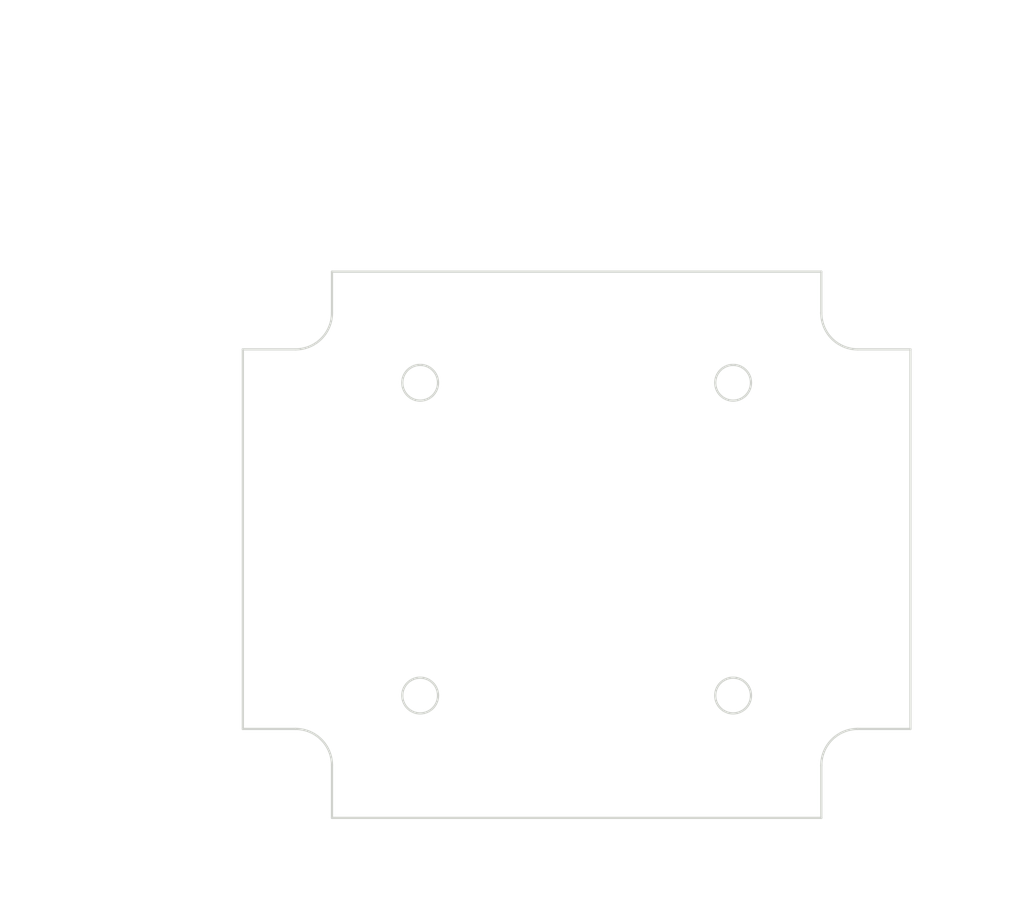
<source format=kicad_pcb>
(kicad_pcb (version 20171130) (host pcbnew "(5.1.0)-1")

  (general
    (thickness 1.6)
    (drawings 65)
    (tracks 0)
    (zones 0)
    (modules 0)
    (nets 1)
  )

  (page A4)
  (layers
    (0 F.Cu signal)
    (31 B.Cu signal)
    (32 B.Adhes user)
    (33 F.Adhes user)
    (34 B.Paste user)
    (35 F.Paste user)
    (36 B.SilkS user)
    (37 F.SilkS user)
    (38 B.Mask user)
    (39 F.Mask user)
    (40 Dwgs.User user)
    (41 Cmts.User user)
    (42 Eco1.User user)
    (43 Eco2.User user)
    (44 Edge.Cuts user)
    (45 Margin user)
    (46 B.CrtYd user)
    (47 F.CrtYd user)
    (48 B.Fab user)
    (49 F.Fab user)
  )

  (setup
    (last_trace_width 0.25)
    (trace_clearance 0.2)
    (zone_clearance 0.508)
    (zone_45_only no)
    (trace_min 0.2)
    (via_size 0.8)
    (via_drill 0.4)
    (via_min_size 0.4)
    (via_min_drill 0.3)
    (uvia_size 0.3)
    (uvia_drill 0.1)
    (uvias_allowed no)
    (uvia_min_size 0.2)
    (uvia_min_drill 0.1)
    (edge_width 0.05)
    (segment_width 0.2)
    (pcb_text_width 0.3)
    (pcb_text_size 1.5 1.5)
    (mod_edge_width 0.12)
    (mod_text_size 1 1)
    (mod_text_width 0.15)
    (pad_size 1.524 1.524)
    (pad_drill 0.762)
    (pad_to_mask_clearance 0.051)
    (solder_mask_min_width 0.25)
    (aux_axis_origin 0 0)
    (visible_elements FFFFFF7F)
    (pcbplotparams
      (layerselection 0x010fc_ffffffff)
      (usegerberextensions false)
      (usegerberattributes false)
      (usegerberadvancedattributes false)
      (creategerberjobfile false)
      (excludeedgelayer true)
      (linewidth 0.152400)
      (plotframeref false)
      (viasonmask false)
      (mode 1)
      (useauxorigin false)
      (hpglpennumber 1)
      (hpglpenspeed 20)
      (hpglpendiameter 15.000000)
      (psnegative false)
      (psa4output false)
      (plotreference true)
      (plotvalue true)
      (plotinvisibletext false)
      (padsonsilk false)
      (subtractmaskfromsilk false)
      (outputformat 1)
      (mirror false)
      (drillshape 1)
      (scaleselection 1)
      (outputdirectory ""))
  )

  (net 0 "")

  (net_class Default "This is the default net class."
    (clearance 0.2)
    (trace_width 0.25)
    (via_dia 0.8)
    (via_drill 0.4)
    (uvia_dia 0.3)
    (uvia_drill 0.1)
  )

  (gr_line (start 124.990183 119.917065) (end 124.990183 85.938523) (layer Edge.Cuts) (width 0.2))
  (gr_line (start 129.70456 119.917065) (end 124.990183 119.917065) (layer Edge.Cuts) (width 0.2))
  (gr_arc (start 129.70456 123.177794) (end 132.965289 123.177794) (angle -90) (layer Edge.Cuts) (width 0.2))
  (gr_line (start 132.965289 127.877794) (end 132.965289 123.177794) (layer Edge.Cuts) (width 0.2))
  (gr_line (start 176.743831 127.877794) (end 132.965289 127.877794) (layer Edge.Cuts) (width 0.2))
  (gr_line (start 176.743831 123.177794) (end 176.743831 127.877794) (layer Edge.Cuts) (width 0.2))
  (gr_arc (start 180.00456 123.177794) (end 180.00456 119.917065) (angle -90) (layer Edge.Cuts) (width 0.2))
  (gr_line (start 184.718937 119.917065) (end 180.00456 119.917065) (layer Edge.Cuts) (width 0.2))
  (gr_line (start 184.718937 85.938523) (end 184.718937 119.917065) (layer Edge.Cuts) (width 0.2))
  (gr_line (start 180.00456 85.938523) (end 184.718937 85.938523) (layer Edge.Cuts) (width 0.2))
  (gr_arc (start 180.00456 82.677794) (end 176.743831 82.677794) (angle -90) (layer Edge.Cuts) (width 0.2))
  (gr_line (start 176.743831 78.983128) (end 176.743831 82.677794) (layer Edge.Cuts) (width 0.2))
  (gr_line (start 132.965289 78.983128) (end 176.743831 78.983128) (layer Edge.Cuts) (width 0.2))
  (gr_line (start 132.965289 82.677794) (end 132.965289 78.983128) (layer Edge.Cuts) (width 0.2))
  (gr_arc (start 129.70456 82.677794) (end 129.70456 85.938523) (angle -90) (layer Edge.Cuts) (width 0.2))
  (gr_line (start 124.990183 85.938523) (end 129.70456 85.938523) (layer Edge.Cuts) (width 0.2))
  (gr_circle (center 168.85456 88.927794) (end 170.45456 88.927794) (layer Edge.Cuts) (width 0.2))
  (gr_circle (center 140.85456 116.927794) (end 142.45456 116.927794) (layer Edge.Cuts) (width 0.2))
  (gr_circle (center 140.85456 88.927794) (end 142.45456 88.927794) (layer Edge.Cuts) (width 0.2))
  (gr_circle (center 168.85456 116.927794) (end 170.45456 116.927794) (layer Edge.Cuts) (width 0.2))
  (gr_text [R0.13] (at 190.164215 128.426484) (layer Dwgs.User)
    (effects (font (size 1.7 1.53) (thickness 0.2125)))
  )
  (gr_text " R3.26" (at 190.164215 124.868468) (layer Dwgs.User)
    (effects (font (size 1.7 1.53) (thickness 0.2125)))
  )
  (gr_line (start 183.693444 126.537022) (end 179.072413 122.328947) (layer Dwgs.User) (width 0.2))
  (gr_line (start 185.693444 126.537022) (end 183.693444 126.537022) (layer Dwgs.User) (width 0.2))
  (gr_line (start 168.85456 117.017794) (end 168.85456 116.837794) (layer Dwgs.User) (width 0.2))
  (gr_line (start 168.76456 116.927794) (end 168.94456 116.927794) (layer Dwgs.User) (width 0.2))
  (gr_text " ∅3.20\n[∅0.13]" (at 183.707892 133.421799) (layer Dwgs.User)
    (effects (font (size 1.7 1.53) (thickness 0.2125)))
  )
  (gr_line (start 177.171023 133.421799) (end 170.47535 120.142298) (layer Dwgs.User) (width 0.2))
  (gr_line (start 179.171023 133.421799) (end 177.171023 133.421799) (layer Dwgs.User) (width 0.2))
  (gr_text [1.10] (at 190.85456 104.817255) (layer Dwgs.User)
    (effects (font (size 1.7 1.53) (thickness 0.2125)))
  )
  (gr_text " 28.00" (at 190.85456 101.25982) (layer Dwgs.User)
    (effects (font (size 1.7 1.53) (thickness 0.2125)))
  )
  (gr_line (start 190.85456 90.927794) (end 190.85456 99.370358) (layer Dwgs.User) (width 0.2))
  (gr_line (start 190.85456 114.927794) (end 190.85456 106.485229) (layer Dwgs.User) (width 0.2))
  (gr_line (start 169.85456 88.927794) (end 194.02956 88.927794) (layer Dwgs.User) (width 0.2))
  (gr_line (start 169.85456 116.927794) (end 194.02956 116.927794) (layer Dwgs.User) (width 0.2))
  (gr_text [1.10] (at 154.85456 135.093847) (layer Dwgs.User)
    (effects (font (size 1.7 1.53) (thickness 0.2125)))
  )
  (gr_text " 28.00" (at 154.85456 131.536411) (layer Dwgs.User)
    (effects (font (size 1.7 1.53) (thickness 0.2125)))
  )
  (gr_line (start 166.85456 133.204385) (end 158.899171 133.204385) (layer Dwgs.User) (width 0.2))
  (gr_line (start 142.85456 133.204385) (end 150.809949 133.204385) (layer Dwgs.User) (width 0.2))
  (gr_line (start 168.85456 117.927794) (end 168.85456 136.379385) (layer Dwgs.User) (width 0.2))
  (gr_line (start 140.85456 117.927794) (end 140.85456 136.379385) (layer Dwgs.User) (width 0.2))
  (gr_text [1.34] (at 117.707055 104.817255) (layer Dwgs.User)
    (effects (font (size 1.7 1.53) (thickness 0.2125)))
  )
  (gr_text " 33.98" (at 117.707055 101.25924) (layer Dwgs.User)
    (effects (font (size 1.7 1.53) (thickness 0.2125)))
  )
  (gr_line (start 117.707055 87.938523) (end 117.707055 99.369779) (layer Dwgs.User) (width 0.2))
  (gr_line (start 117.707055 117.917065) (end 117.707055 106.485809) (layer Dwgs.User) (width 0.2))
  (gr_line (start 123.990183 85.938523) (end 114.532055 85.938523) (layer Dwgs.User) (width 0.2))
  (gr_line (start 123.990183 119.917065) (end 114.532055 119.917065) (layer Dwgs.User) (width 0.2))
  (gr_text [1.92] (at 107.289685 105.319922) (layer Dwgs.User)
    (effects (font (size 1.7 1.53) (thickness 0.2125)))
  )
  (gr_text " 48.89" (at 107.289685 101.762487) (layer Dwgs.User)
    (effects (font (size 1.7 1.53) (thickness 0.2125)))
  )
  (gr_line (start 107.289685 125.877794) (end 107.289685 106.987896) (layer Dwgs.User) (width 0.2))
  (gr_line (start 107.289685 80.983128) (end 107.289685 99.873025) (layer Dwgs.User) (width 0.2))
  (gr_line (start 131.965289 127.877794) (end 104.114685 127.877794) (layer Dwgs.User) (width 0.2))
  (gr_line (start 131.965289 78.983128) (end 104.114685 78.983128) (layer Dwgs.User) (width 0.2))
  (gr_text [1.72] (at 154.85456 70.872589) (layer Dwgs.User)
    (effects (font (size 1.7 1.53) (thickness 0.2125)))
  )
  (gr_text " 43.78" (at 154.85456 67.314574) (layer Dwgs.User)
    (effects (font (size 1.7 1.53) (thickness 0.2125)))
  )
  (gr_line (start 174.743831 68.983128) (end 158.90381 68.983128) (layer Dwgs.User) (width 0.2))
  (gr_line (start 134.965289 68.983128) (end 150.80531 68.983128) (layer Dwgs.User) (width 0.2))
  (gr_line (start 176.743831 77.983128) (end 176.743831 65.808128) (layer Dwgs.User) (width 0.2))
  (gr_line (start 132.965289 77.983128) (end 132.965289 65.808128) (layer Dwgs.User) (width 0.2))
  (gr_text [2.35] (at 154.85456 59.827984) (layer Dwgs.User)
    (effects (font (size 1.7 1.53) (thickness 0.2125)))
  )
  (gr_text " 59.73" (at 154.85456 56.269969) (layer Dwgs.User)
    (effects (font (size 1.7 1.53) (thickness 0.2125)))
  )
  (gr_line (start 182.718937 57.938523) (end 158.90207 57.938523) (layer Dwgs.User) (width 0.2))
  (gr_line (start 126.990183 57.938523) (end 150.80705 57.938523) (layer Dwgs.User) (width 0.2))
  (gr_line (start 184.718937 84.938523) (end 184.718937 54.763523) (layer Dwgs.User) (width 0.2))
  (gr_line (start 124.990183 84.938523) (end 124.990183 54.763523) (layer Dwgs.User) (width 0.2))

)

</source>
